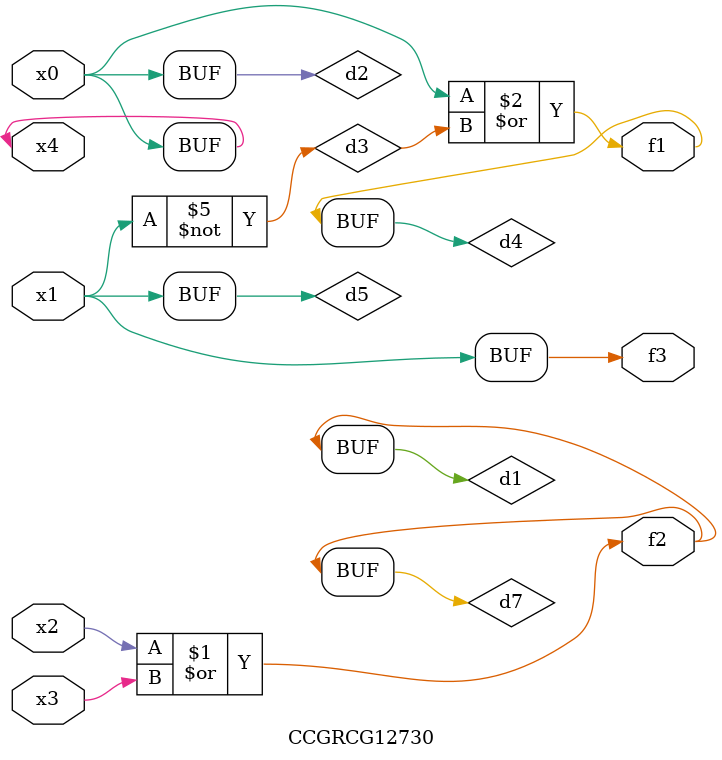
<source format=v>
module CCGRCG12730(
	input x0, x1, x2, x3, x4,
	output f1, f2, f3
);

	wire d1, d2, d3, d4, d5, d6, d7;

	or (d1, x2, x3);
	buf (d2, x0, x4);
	not (d3, x1);
	or (d4, d2, d3);
	not (d5, d3);
	nand (d6, d1, d3);
	or (d7, d1);
	assign f1 = d4;
	assign f2 = d7;
	assign f3 = d5;
endmodule

</source>
